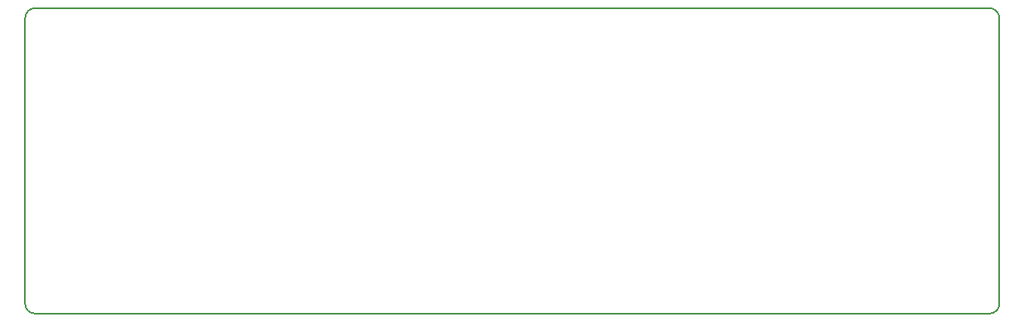
<source format=gbr>
G04 #@! TF.GenerationSoftware,KiCad,Pcbnew,5.0.0-fee4fd1~66~ubuntu14.04.1*
G04 #@! TF.CreationDate,2018-10-04T00:38:09-07:00*
G04 #@! TF.ProjectId,SD_card_dev,53445F636172645F6465762E6B696361,rev?*
G04 #@! TF.SameCoordinates,Original*
G04 #@! TF.FileFunction,Profile,NP*
%FSLAX46Y46*%
G04 Gerber Fmt 4.6, Leading zero omitted, Abs format (unit mm)*
G04 Created by KiCad (PCBNEW 5.0.0-fee4fd1~66~ubuntu14.04.1) date Thu Oct  4 00:38:09 2018*
%MOMM*%
%LPD*%
G01*
G04 APERTURE LIST*
%ADD10C,0.150000*%
G04 APERTURE END LIST*
D10*
X68580000Y-115570000D02*
X68580000Y-86360000D01*
X167132000Y-116586000D02*
X69596000Y-116586000D01*
X168148000Y-86360000D02*
X168148000Y-115570000D01*
X69596000Y-85344000D02*
X167132000Y-85344000D01*
X68580000Y-86360000D02*
G75*
G02X69596000Y-85344000I1016000J0D01*
G01*
X69596000Y-116586000D02*
G75*
G02X68580000Y-115570000I0J1016000D01*
G01*
X168148000Y-115570000D02*
G75*
G02X167132000Y-116586000I-1016000J0D01*
G01*
X167132000Y-85344000D02*
G75*
G02X168148000Y-86360000I0J-1016000D01*
G01*
M02*

</source>
